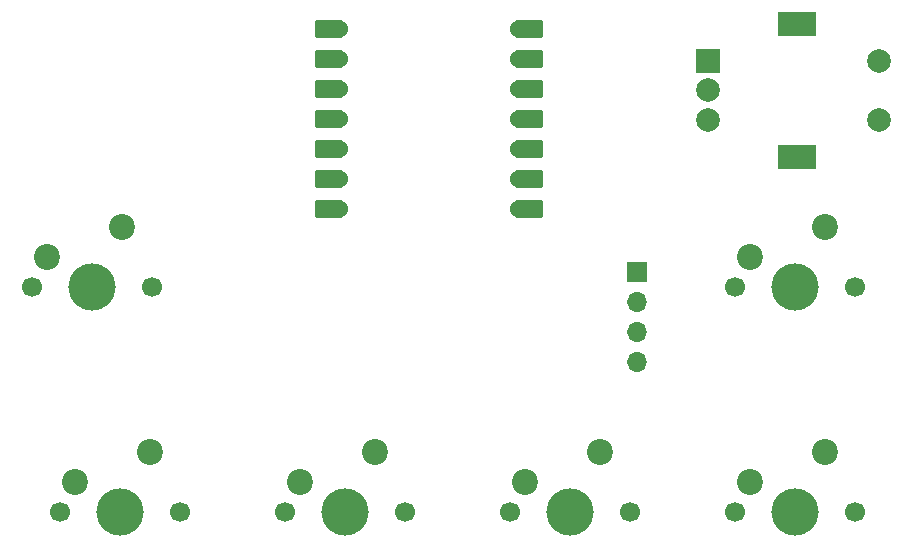
<source format=gbr>
%TF.GenerationSoftware,KiCad,Pcbnew,9.0.6*%
%TF.CreationDate,2025-12-08T21:15:04+04:00*%
%TF.ProjectId,L3MON hackpad,4c334d4f-4e20-4686-9163-6b7061642e6b,rev?*%
%TF.SameCoordinates,Original*%
%TF.FileFunction,Soldermask,Top*%
%TF.FilePolarity,Negative*%
%FSLAX46Y46*%
G04 Gerber Fmt 4.6, Leading zero omitted, Abs format (unit mm)*
G04 Created by KiCad (PCBNEW 9.0.6) date 2025-12-08 21:15:04*
%MOMM*%
%LPD*%
G01*
G04 APERTURE LIST*
G04 Aperture macros list*
%AMRoundRect*
0 Rectangle with rounded corners*
0 $1 Rounding radius*
0 $2 $3 $4 $5 $6 $7 $8 $9 X,Y pos of 4 corners*
0 Add a 4 corners polygon primitive as box body*
4,1,4,$2,$3,$4,$5,$6,$7,$8,$9,$2,$3,0*
0 Add four circle primitives for the rounded corners*
1,1,$1+$1,$2,$3*
1,1,$1+$1,$4,$5*
1,1,$1+$1,$6,$7*
1,1,$1+$1,$8,$9*
0 Add four rect primitives between the rounded corners*
20,1,$1+$1,$2,$3,$4,$5,0*
20,1,$1+$1,$4,$5,$6,$7,0*
20,1,$1+$1,$6,$7,$8,$9,0*
20,1,$1+$1,$8,$9,$2,$3,0*%
G04 Aperture macros list end*
%ADD10C,1.700000*%
%ADD11C,4.000000*%
%ADD12C,2.200000*%
%ADD13RoundRect,0.152400X1.063600X0.609600X-1.063600X0.609600X-1.063600X-0.609600X1.063600X-0.609600X0*%
%ADD14C,1.524000*%
%ADD15RoundRect,0.152400X-1.063600X-0.609600X1.063600X-0.609600X1.063600X0.609600X-1.063600X0.609600X0*%
%ADD16R,1.700000X1.700000*%
%ADD17O,1.700000X1.700000*%
%ADD18R,2.000000X2.000000*%
%ADD19C,2.000000*%
%ADD20R,3.200000X2.000000*%
G04 APERTURE END LIST*
D10*
%TO.C,SW1*%
X102076250Y-57150000D03*
D11*
X107156250Y-57150000D03*
D10*
X112236250Y-57150000D03*
D12*
X109696250Y-52070000D03*
X103346250Y-54610000D03*
%TD*%
D10*
%TO.C,SW3*%
X123507500Y-76200000D03*
D11*
X128587500Y-76200000D03*
D10*
X133667500Y-76200000D03*
D12*
X131127500Y-71120000D03*
X124777500Y-73660000D03*
%TD*%
D10*
%TO.C,SW6*%
X161607500Y-57150000D03*
D11*
X166687500Y-57150000D03*
D10*
X171767500Y-57150000D03*
D12*
X169227500Y-52070000D03*
X162877500Y-54610000D03*
%TD*%
D13*
%TO.C,U1*%
X127276250Y-35242500D03*
D14*
X128111250Y-35242500D03*
D13*
X127276250Y-37782500D03*
D14*
X128111250Y-37782500D03*
D13*
X127276250Y-40322500D03*
D14*
X128111250Y-40322500D03*
D13*
X127276250Y-42862500D03*
D14*
X128111250Y-42862500D03*
D13*
X127276250Y-45402500D03*
D14*
X128111250Y-45402500D03*
D13*
X127276250Y-47942500D03*
D14*
X128111250Y-47942500D03*
D13*
X127276250Y-50482500D03*
D14*
X128111250Y-50482500D03*
X143351250Y-50482500D03*
D15*
X144186250Y-50482500D03*
D14*
X143351250Y-47942500D03*
D15*
X144186250Y-47942500D03*
D14*
X143351250Y-45402500D03*
D15*
X144186250Y-45402500D03*
D14*
X143351250Y-42862500D03*
D15*
X144186250Y-42862500D03*
D14*
X143351250Y-40322500D03*
D15*
X144186250Y-40322500D03*
D14*
X143351250Y-37782500D03*
D15*
X144186250Y-37782500D03*
D14*
X143351250Y-35242500D03*
D15*
X144186250Y-35242500D03*
%TD*%
D10*
%TO.C,SW5*%
X161607500Y-76200000D03*
D11*
X166687500Y-76200000D03*
D10*
X171767500Y-76200000D03*
D12*
X169227500Y-71120000D03*
X162877500Y-73660000D03*
%TD*%
D16*
%TO.C,J1*%
X153346250Y-55836250D03*
D17*
X153346250Y-58376250D03*
X153346250Y-60916250D03*
X153346250Y-63456250D03*
%TD*%
D18*
%TO.C,SW8*%
X159331250Y-37981250D03*
D19*
X159331250Y-42981250D03*
X159331250Y-40481250D03*
D20*
X166831250Y-34881250D03*
X166831250Y-46081250D03*
D19*
X173831250Y-42981250D03*
X173831250Y-37981250D03*
%TD*%
D10*
%TO.C,SW4*%
X142557500Y-76200000D03*
D11*
X147637500Y-76200000D03*
D10*
X152717500Y-76200000D03*
D12*
X150177500Y-71120000D03*
X143827500Y-73660000D03*
%TD*%
D10*
%TO.C,SW2*%
X104457500Y-76200000D03*
D11*
X109537500Y-76200000D03*
D10*
X114617500Y-76200000D03*
D12*
X112077500Y-71120000D03*
X105727500Y-73660000D03*
%TD*%
M02*

</source>
